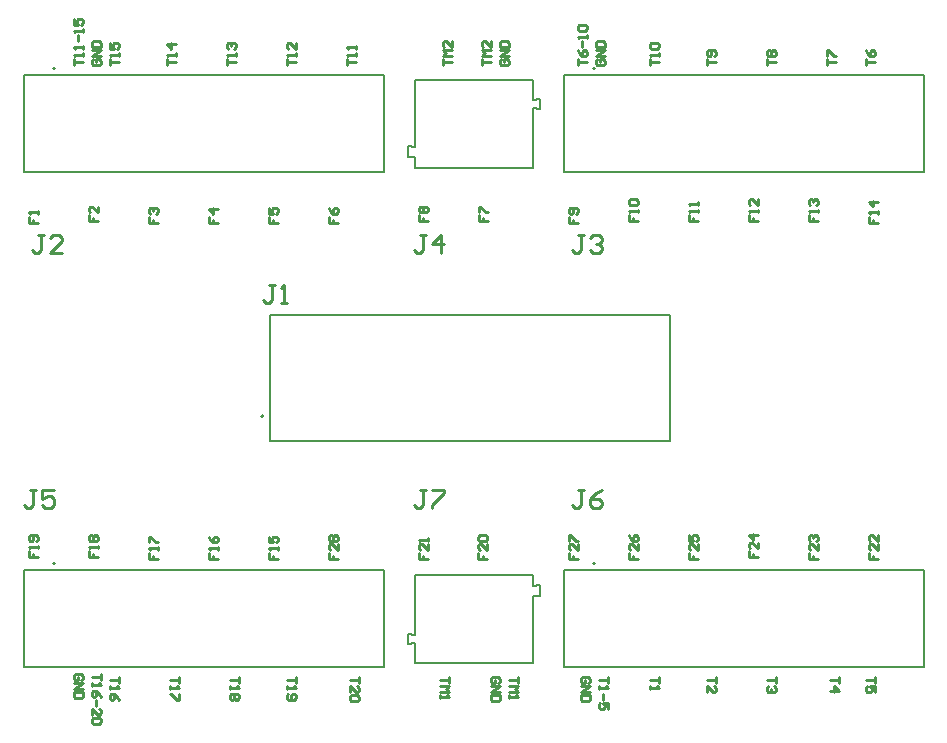
<source format=gto>
G04*
G04 #@! TF.GenerationSoftware,Altium Limited,Altium Designer,20.1.14 (287)*
G04*
G04 Layer_Color=65535*
%FSLAX25Y25*%
%MOIN*%
G70*
G04*
G04 #@! TF.SameCoordinates,2D993F0E-9169-457A-8C09-F8E6D10386A7*
G04*
G04*
G04 #@! TF.FilePolarity,Positive*
G04*
G01*
G75*
%ADD10C,0.00787*%
%ADD11C,0.00500*%
%ADD12C,0.01000*%
D10*
X196894Y60004D02*
G03*
X196894Y60004I-394J0D01*
G01*
X16894D02*
G03*
X16894Y60004I-394J0D01*
G01*
X196894Y225004D02*
G03*
X196894Y225004I-394J0D01*
G01*
X16894D02*
G03*
X16894Y225004I-394J0D01*
G01*
X86343Y109000D02*
G03*
X86343Y109000I-394J0D01*
G01*
X176186Y26736D02*
Y49177D01*
Y52523D02*
Y56263D01*
Y49177D02*
X178548Y48980D01*
X176186Y52523D02*
X178548Y52720D01*
Y48980D02*
Y52720D01*
X136816Y36185D02*
Y56263D01*
X176186D01*
X136816Y26736D02*
Y33429D01*
X134453Y33134D02*
X136816Y33429D01*
X134453Y36480D02*
X136816Y36185D01*
X134453Y33134D02*
Y36480D01*
X136816Y26736D02*
X176186Y26736D01*
X136814Y198823D02*
Y221264D01*
Y191737D02*
Y195477D01*
X134452Y199020D02*
X136814Y198823D01*
X134452Y195280D02*
X136814Y195477D01*
X134452Y195280D02*
Y199020D01*
X176184Y191737D02*
Y211815D01*
X136814Y191737D02*
X176184D01*
Y214571D02*
Y221264D01*
Y214571D02*
X178547Y214866D01*
X176184Y211815D02*
X178547Y211520D01*
Y214866D01*
X136814Y221264D02*
X176184Y221264D01*
D11*
X186500Y25358D02*
Y57642D01*
X306500D01*
Y25358D02*
Y57642D01*
X186500Y25358D02*
X306500D01*
X6500D02*
Y57642D01*
X126500D01*
Y25358D02*
Y57642D01*
X6500Y25358D02*
X126500D01*
X186500Y190358D02*
Y222642D01*
X306500D01*
Y190358D02*
Y222642D01*
X186500Y190358D02*
X306500D01*
X6500D02*
Y222642D01*
X126500D01*
Y190358D02*
Y222642D01*
X6500Y190358D02*
X126500D01*
X88508Y100732D02*
Y142858D01*
X221972Y100732D02*
Y142858D01*
X88508D02*
X221972D01*
X88508Y100732D02*
X221972D01*
D12*
X23002Y226000D02*
Y227999D01*
Y227000D01*
X26001D01*
Y228999D02*
Y229999D01*
Y229499D01*
X23002D01*
X23502Y228999D01*
X26001Y231498D02*
Y232498D01*
Y231998D01*
X23002D01*
X23502Y231498D01*
X24502Y233997D02*
Y235997D01*
X26001Y236996D02*
Y237996D01*
Y237496D01*
X23002D01*
X23502Y236996D01*
X23002Y241495D02*
Y239496D01*
X24502D01*
X24002Y240495D01*
Y240995D01*
X24502Y241495D01*
X25501D01*
X26001Y240995D01*
Y239996D01*
X25501Y239496D01*
X29501Y227999D02*
X29001Y227500D01*
Y226500D01*
X29501Y226000D01*
X31500D01*
X32000Y226500D01*
Y227500D01*
X31500Y227999D01*
X30501D01*
Y227000D01*
X32000Y228999D02*
X29001D01*
X32000Y230998D01*
X29001D01*
Y231998D02*
X32000D01*
Y233498D01*
X31500Y233997D01*
X29501D01*
X29001Y233498D01*
Y231998D01*
X159002Y226000D02*
Y227999D01*
Y227000D01*
X162001D01*
Y228999D02*
X159002D01*
X160002Y229999D01*
X159002Y230998D01*
X162001D01*
Y233997D02*
Y231998D01*
X160002Y233997D01*
X159502D01*
X159002Y233498D01*
Y232498D01*
X159502Y231998D01*
X165501Y227999D02*
X165001Y227500D01*
Y226500D01*
X165501Y226000D01*
X167500D01*
X168000Y226500D01*
Y227500D01*
X167500Y227999D01*
X166500D01*
Y227000D01*
X168000Y228999D02*
X165001D01*
X168000Y230998D01*
X165001D01*
Y231998D02*
X168000D01*
Y233498D01*
X167500Y233997D01*
X165501D01*
X165001Y233498D01*
Y231998D01*
X200998Y22000D02*
Y20001D01*
Y21000D01*
X197999D01*
Y19001D02*
Y18001D01*
Y18501D01*
X200998D01*
X200498Y19001D01*
X199498Y16502D02*
Y14502D01*
X200998Y11503D02*
Y13503D01*
X199498D01*
X199998Y12503D01*
Y12003D01*
X199498Y11503D01*
X198499D01*
X197999Y12003D01*
Y13003D01*
X198499Y13503D01*
X194499Y20001D02*
X194999Y20501D01*
Y21500D01*
X194499Y22000D01*
X192500D01*
X192000Y21500D01*
Y20501D01*
X192500Y20001D01*
X193500D01*
Y21000D01*
X192000Y19001D02*
X194999D01*
X192000Y17002D01*
X194999D01*
Y16002D02*
X192000D01*
Y14502D01*
X192500Y14003D01*
X194499D01*
X194999Y14502D01*
Y16002D01*
X191002Y226000D02*
Y227999D01*
Y227000D01*
X194001D01*
X191002Y230998D02*
X191502Y229999D01*
X192502Y228999D01*
X193501D01*
X194001Y229499D01*
Y230499D01*
X193501Y230998D01*
X193001D01*
X192502Y230499D01*
Y228999D01*
Y231998D02*
Y233997D01*
X194001Y234997D02*
Y235997D01*
Y235497D01*
X191002D01*
X191502Y234997D01*
Y237496D02*
X191002Y237996D01*
Y238996D01*
X191502Y239496D01*
X193501D01*
X194001Y238996D01*
Y237996D01*
X193501Y237496D01*
X191502D01*
X197501Y227999D02*
X197001Y227500D01*
Y226500D01*
X197501Y226000D01*
X199500D01*
X200000Y226500D01*
Y227500D01*
X199500Y227999D01*
X198501D01*
Y227000D01*
X200000Y228999D02*
X197001D01*
X200000Y230998D01*
X197001D01*
Y231998D02*
X200000D01*
Y233498D01*
X199500Y233997D01*
X197501D01*
X197001Y233498D01*
Y231998D01*
X170998Y22000D02*
Y20001D01*
Y21000D01*
X167999D01*
Y19001D02*
X170998D01*
X169998Y18001D01*
X170998Y17002D01*
X167999D01*
Y16002D02*
Y15002D01*
Y15502D01*
X170998D01*
X170498Y16002D01*
X164499Y20001D02*
X164999Y20501D01*
Y21500D01*
X164499Y22000D01*
X162500D01*
X162000Y21500D01*
Y20501D01*
X162500Y20001D01*
X163499D01*
Y21000D01*
X162000Y19001D02*
X164999D01*
X162000Y17002D01*
X164999D01*
Y16002D02*
X162000D01*
Y14502D01*
X162500Y14003D01*
X164499D01*
X164999Y14502D01*
Y16002D01*
X31998Y23000D02*
Y21001D01*
Y22000D01*
X28999D01*
Y20001D02*
Y19001D01*
Y19501D01*
X31998D01*
X31498Y20001D01*
X31998Y15502D02*
X31498Y16502D01*
X30498Y17502D01*
X29499D01*
X28999Y17002D01*
Y16002D01*
X29499Y15502D01*
X29998D01*
X30498Y16002D01*
Y17502D01*
Y14503D02*
Y12503D01*
X28999Y9504D02*
Y11504D01*
X30998Y9504D01*
X31498D01*
X31998Y10004D01*
Y11004D01*
X31498Y11504D01*
Y8505D02*
X31998Y8005D01*
Y7005D01*
X31498Y6505D01*
X29499D01*
X28999Y7005D01*
Y8005D01*
X29499Y8505D01*
X31498D01*
X25499Y21001D02*
X25999Y21500D01*
Y22500D01*
X25499Y23000D01*
X23500D01*
X23000Y22500D01*
Y21500D01*
X23500Y21001D01*
X24499D01*
Y22000D01*
X23000Y20001D02*
X25999D01*
X23000Y18002D01*
X25999D01*
Y17002D02*
X23000D01*
Y15502D01*
X23500Y15003D01*
X25499D01*
X25999Y15502D01*
Y17002D01*
X35001Y226000D02*
Y227999D01*
Y227000D01*
X38000D01*
Y228999D02*
Y229999D01*
Y229499D01*
X35001D01*
X35501Y228999D01*
X35001Y233498D02*
Y231498D01*
X36500D01*
X36001Y232498D01*
Y232998D01*
X36500Y233498D01*
X37500D01*
X38000Y232998D01*
Y231998D01*
X37500Y231498D01*
X54001Y226000D02*
Y227999D01*
Y227000D01*
X57000D01*
Y228999D02*
Y229999D01*
Y229499D01*
X54001D01*
X54501Y228999D01*
X57000Y232998D02*
X54001D01*
X55501Y231498D01*
Y233498D01*
X74001Y226000D02*
Y227999D01*
Y227000D01*
X77000D01*
Y228999D02*
Y229999D01*
Y229499D01*
X74001D01*
X74501Y228999D01*
Y231498D02*
X74001Y231998D01*
Y232998D01*
X74501Y233498D01*
X75001D01*
X75501Y232998D01*
Y232498D01*
Y232998D01*
X76000Y233498D01*
X76500D01*
X77000Y232998D01*
Y231998D01*
X76500Y231498D01*
X94001Y226000D02*
Y227999D01*
Y227000D01*
X97000D01*
Y228999D02*
Y229999D01*
Y229499D01*
X94001D01*
X94501Y228999D01*
X97000Y233498D02*
Y231498D01*
X95001Y233498D01*
X94501D01*
X94001Y232998D01*
Y231998D01*
X94501Y231498D01*
X114001Y226000D02*
Y227999D01*
Y227000D01*
X117000D01*
Y228999D02*
Y229999D01*
Y229499D01*
X114001D01*
X114501Y228999D01*
X117000Y231498D02*
Y232498D01*
Y231998D01*
X114001D01*
X114501Y231498D01*
X146001Y226000D02*
Y227999D01*
Y227000D01*
X149000D01*
Y228999D02*
X146001D01*
X147001Y229999D01*
X146001Y230998D01*
X149000D01*
Y233997D02*
Y231998D01*
X147001Y233997D01*
X146501D01*
X146001Y233498D01*
Y232498D01*
X146501Y231998D01*
X215001Y226000D02*
Y227999D01*
Y227000D01*
X218000D01*
Y228999D02*
Y229999D01*
Y229499D01*
X215001D01*
X215501Y228999D01*
Y231498D02*
X215001Y231998D01*
Y232998D01*
X215501Y233498D01*
X217500D01*
X218000Y232998D01*
Y231998D01*
X217500Y231498D01*
X215501D01*
X234001Y226000D02*
Y227999D01*
Y227000D01*
X237000D01*
X236500Y228999D02*
X237000Y229499D01*
Y230499D01*
X236500Y230998D01*
X234501D01*
X234001Y230499D01*
Y229499D01*
X234501Y228999D01*
X235001D01*
X235501Y229499D01*
Y230998D01*
X254001Y226000D02*
Y227999D01*
Y227000D01*
X257000D01*
X254501Y228999D02*
X254001Y229499D01*
Y230499D01*
X254501Y230998D01*
X255001D01*
X255501Y230499D01*
X256000Y230998D01*
X256500D01*
X257000Y230499D01*
Y229499D01*
X256500Y228999D01*
X256000D01*
X255501Y229499D01*
X255001Y228999D01*
X254501D01*
X255501Y229499D02*
Y230499D01*
X274001Y226000D02*
Y227999D01*
Y227000D01*
X277000D01*
X274001Y228999D02*
Y230998D01*
X274501D01*
X276500Y228999D01*
X277000D01*
X287001Y226000D02*
Y227999D01*
Y227000D01*
X290000D01*
X287001Y230998D02*
X287501Y229999D01*
X288500Y228999D01*
X289500D01*
X290000Y229499D01*
Y230499D01*
X289500Y230998D01*
X289000D01*
X288500Y230499D01*
Y228999D01*
X277999Y22000D02*
Y20001D01*
Y21000D01*
X275000D01*
Y17501D02*
X277999D01*
X276500Y19001D01*
Y17002D01*
X37999Y22000D02*
Y20001D01*
Y21000D01*
X35000D01*
Y19001D02*
Y18001D01*
Y18501D01*
X37999D01*
X37499Y19001D01*
X37999Y14502D02*
X37499Y15502D01*
X36500Y16502D01*
X35500D01*
X35000Y16002D01*
Y15002D01*
X35500Y14502D01*
X36000D01*
X36500Y15002D01*
Y16502D01*
X57999Y22000D02*
Y20001D01*
Y21000D01*
X55000D01*
Y19001D02*
Y18001D01*
Y18501D01*
X57999D01*
X57499Y19001D01*
X57999Y16502D02*
Y14502D01*
X57499D01*
X55500Y16502D01*
X55000D01*
X77999Y22000D02*
Y20001D01*
Y21000D01*
X75000D01*
Y19001D02*
Y18001D01*
Y18501D01*
X77999D01*
X77499Y19001D01*
Y16502D02*
X77999Y16002D01*
Y15002D01*
X77499Y14502D01*
X76999D01*
X76499Y15002D01*
X76000Y14502D01*
X75500D01*
X75000Y15002D01*
Y16002D01*
X75500Y16502D01*
X76000D01*
X76499Y16002D01*
X76999Y16502D01*
X77499D01*
X76499Y16002D02*
Y15002D01*
X96999Y22000D02*
Y20001D01*
Y21000D01*
X94000D01*
Y19001D02*
Y18001D01*
Y18501D01*
X96999D01*
X96499Y19001D01*
X94500Y16502D02*
X94000Y16002D01*
Y15002D01*
X94500Y14502D01*
X96499D01*
X96999Y15002D01*
Y16002D01*
X96499Y16502D01*
X95999D01*
X95499Y16002D01*
Y14502D01*
X117999Y22000D02*
Y20001D01*
Y21000D01*
X115000D01*
Y17002D02*
Y19001D01*
X116999Y17002D01*
X117499D01*
X117999Y17501D01*
Y18501D01*
X117499Y19001D01*
Y16002D02*
X117999Y15502D01*
Y14502D01*
X117499Y14003D01*
X115500D01*
X115000Y14502D01*
Y15502D01*
X115500Y16002D01*
X117499D01*
X147999Y22000D02*
Y20001D01*
Y21000D01*
X145000D01*
Y19001D02*
X147999D01*
X146999Y18001D01*
X147999Y17002D01*
X145000D01*
Y16002D02*
Y15002D01*
Y15502D01*
X147999D01*
X147499Y16002D01*
X217999Y22000D02*
Y20001D01*
Y21000D01*
X215000D01*
Y19001D02*
Y18001D01*
Y18501D01*
X217999D01*
X217499Y19001D01*
X236999Y22000D02*
Y20001D01*
Y21000D01*
X234000D01*
Y17002D02*
Y19001D01*
X235999Y17002D01*
X236499D01*
X236999Y17501D01*
Y18501D01*
X236499Y19001D01*
X256999Y22000D02*
Y20001D01*
Y21000D01*
X254000D01*
X256499Y19001D02*
X256999Y18501D01*
Y17501D01*
X256499Y17002D01*
X255999D01*
X255500Y17501D01*
Y18001D01*
Y17501D01*
X255000Y17002D01*
X254500D01*
X254000Y17501D01*
Y18501D01*
X254500Y19001D01*
X289999Y22000D02*
Y20001D01*
Y21000D01*
X287000D01*
X289999Y17002D02*
Y19001D01*
X288499D01*
X288999Y18001D01*
Y17501D01*
X288499Y17002D01*
X287500D01*
X287000Y17501D01*
Y18501D01*
X287500Y19001D01*
X108048Y63495D02*
Y61528D01*
X109524D01*
Y62511D01*
Y61528D01*
X111000D01*
Y66447D02*
Y64479D01*
X109032Y66447D01*
X108540D01*
X108048Y65955D01*
Y64971D01*
X108540Y64479D01*
Y67431D02*
X108048Y67923D01*
Y68907D01*
X108540Y69399D01*
X109032D01*
X109524Y68907D01*
X110016Y69399D01*
X110508D01*
X111000Y68907D01*
Y67923D01*
X110508Y67431D01*
X110016D01*
X109524Y67923D01*
X109032Y67431D01*
X108540D01*
X109524Y67923D02*
Y68907D01*
X188048Y63495D02*
Y61528D01*
X189524D01*
Y62511D01*
Y61528D01*
X191000D01*
Y66447D02*
Y64479D01*
X189032Y66447D01*
X188540D01*
X188048Y65955D01*
Y64971D01*
X188540Y64479D01*
X188048Y67431D02*
Y69399D01*
X188540D01*
X190508Y67431D01*
X191000D01*
X208048Y63495D02*
Y61528D01*
X209524D01*
Y62511D01*
Y61528D01*
X211000D01*
Y66447D02*
Y64479D01*
X209032Y66447D01*
X208540D01*
X208048Y65955D01*
Y64971D01*
X208540Y64479D01*
X208048Y69399D02*
X208540Y68415D01*
X209524Y67431D01*
X210508D01*
X211000Y67923D01*
Y68907D01*
X210508Y69399D01*
X210016D01*
X209524Y68907D01*
Y67431D01*
X228048Y63495D02*
Y61528D01*
X229524D01*
Y62511D01*
Y61528D01*
X231000D01*
Y66447D02*
Y64479D01*
X229032Y66447D01*
X228540D01*
X228048Y65955D01*
Y64971D01*
X228540Y64479D01*
X228048Y69399D02*
Y67431D01*
X229524D01*
X229032Y68415D01*
Y68907D01*
X229524Y69399D01*
X230508D01*
X231000Y68907D01*
Y67923D01*
X230508Y67431D01*
X248048Y63968D02*
Y62000D01*
X249524D01*
Y62984D01*
Y62000D01*
X251000D01*
Y66920D02*
Y64952D01*
X249032Y66920D01*
X248540D01*
X248048Y66428D01*
Y65444D01*
X248540Y64952D01*
X251000Y69380D02*
X248048D01*
X249524Y67904D01*
Y69871D01*
X268048Y63495D02*
Y61528D01*
X269524D01*
Y62511D01*
Y61528D01*
X271000D01*
Y66447D02*
Y64479D01*
X269032Y66447D01*
X268540D01*
X268048Y65955D01*
Y64971D01*
X268540Y64479D01*
Y67431D02*
X268048Y67923D01*
Y68907D01*
X268540Y69399D01*
X269032D01*
X269524Y68907D01*
Y68415D01*
Y68907D01*
X270016Y69399D01*
X270508D01*
X271000Y68907D01*
Y67923D01*
X270508Y67431D01*
X288048Y63495D02*
Y61528D01*
X289524D01*
Y62511D01*
Y61528D01*
X291000D01*
Y66447D02*
Y64479D01*
X289032Y66447D01*
X288540D01*
X288048Y65955D01*
Y64971D01*
X288540Y64479D01*
X291000Y69399D02*
Y67431D01*
X289032Y69399D01*
X288540D01*
X288048Y68907D01*
Y67923D01*
X288540Y67431D01*
X138048Y63495D02*
Y61528D01*
X139524D01*
Y62511D01*
Y61528D01*
X141000D01*
Y66447D02*
Y64479D01*
X139032Y66447D01*
X138540D01*
X138048Y65955D01*
Y64971D01*
X138540Y64479D01*
X141000Y67431D02*
Y68415D01*
Y67923D01*
X138048D01*
X138540Y67431D01*
X157891Y63495D02*
Y61528D01*
X159367D01*
Y62511D01*
Y61528D01*
X160843D01*
Y66447D02*
Y64479D01*
X158875Y66447D01*
X158383D01*
X157891Y65955D01*
Y64971D01*
X158383Y64479D01*
Y67431D02*
X157891Y67923D01*
Y68907D01*
X158383Y69399D01*
X160351D01*
X160843Y68907D01*
Y67923D01*
X160351Y67431D01*
X158383D01*
X8048Y63968D02*
Y62000D01*
X9524D01*
Y62984D01*
Y62000D01*
X11000D01*
Y64952D02*
Y65936D01*
Y65444D01*
X8048D01*
X8540Y64952D01*
X10508Y67412D02*
X11000Y67904D01*
Y68888D01*
X10508Y69380D01*
X8540D01*
X8048Y68888D01*
Y67904D01*
X8540Y67412D01*
X9032D01*
X9524Y67904D01*
Y69380D01*
X28048Y63968D02*
Y62000D01*
X29524D01*
Y62984D01*
Y62000D01*
X31000D01*
Y64952D02*
Y65936D01*
Y65444D01*
X28048D01*
X28540Y64952D01*
Y67412D02*
X28048Y67904D01*
Y68888D01*
X28540Y69380D01*
X29032D01*
X29524Y68888D01*
X30016Y69380D01*
X30508D01*
X31000Y68888D01*
Y67904D01*
X30508Y67412D01*
X30016D01*
X29524Y67904D01*
X29032Y67412D01*
X28540D01*
X29524Y67904D02*
Y68888D01*
X48048Y63495D02*
Y61528D01*
X49524D01*
Y62511D01*
Y61528D01*
X51000D01*
Y64479D02*
Y65463D01*
Y64971D01*
X48048D01*
X48540Y64479D01*
X48048Y66939D02*
Y68907D01*
X48540D01*
X50508Y66939D01*
X51000D01*
X68048Y63495D02*
Y61528D01*
X69524D01*
Y62511D01*
Y61528D01*
X71000D01*
Y64479D02*
Y65463D01*
Y64971D01*
X68048D01*
X68540Y64479D01*
X68048Y68907D02*
X68540Y67923D01*
X69524Y66939D01*
X70508D01*
X71000Y67431D01*
Y68415D01*
X70508Y68907D01*
X70016D01*
X69524Y68415D01*
Y66939D01*
X88048Y63495D02*
Y61528D01*
X89524D01*
Y62511D01*
Y61528D01*
X91000D01*
Y64479D02*
Y65463D01*
Y64971D01*
X88048D01*
X88540Y64479D01*
X88048Y68907D02*
Y66939D01*
X89524D01*
X89032Y67923D01*
Y68415D01*
X89524Y68907D01*
X90508D01*
X91000Y68415D01*
Y67431D01*
X90508Y66939D01*
X288048Y175495D02*
Y173528D01*
X289524D01*
Y174512D01*
Y173528D01*
X291000D01*
Y176479D02*
Y177463D01*
Y176971D01*
X288048D01*
X288540Y176479D01*
X291000Y180415D02*
X288048D01*
X289524Y178939D01*
Y180907D01*
X268048Y175968D02*
Y174000D01*
X269524D01*
Y174984D01*
Y174000D01*
X271000D01*
Y176952D02*
Y177936D01*
Y177444D01*
X268048D01*
X268540Y176952D01*
Y179412D02*
X268048Y179904D01*
Y180888D01*
X268540Y181379D01*
X269032D01*
X269524Y180888D01*
Y180396D01*
Y180888D01*
X270016Y181379D01*
X270508D01*
X271000Y180888D01*
Y179904D01*
X270508Y179412D01*
X248048Y175968D02*
Y174000D01*
X249524D01*
Y174984D01*
Y174000D01*
X251000D01*
Y176952D02*
Y177936D01*
Y177444D01*
X248048D01*
X248540Y176952D01*
X251000Y181379D02*
Y179412D01*
X249032Y181379D01*
X248540D01*
X248048Y180888D01*
Y179904D01*
X248540Y179412D01*
X228048Y175968D02*
Y174000D01*
X229524D01*
Y174984D01*
Y174000D01*
X231000D01*
Y176952D02*
Y177936D01*
Y177444D01*
X228048D01*
X228540Y176952D01*
X231000Y179412D02*
Y180396D01*
Y179904D01*
X228048D01*
X228540Y179412D01*
X208048Y175968D02*
Y174000D01*
X209524D01*
Y174984D01*
Y174000D01*
X211000D01*
Y176952D02*
Y177936D01*
Y177444D01*
X208048D01*
X208540Y176952D01*
Y179412D02*
X208048Y179904D01*
Y180888D01*
X208540Y181379D01*
X210508D01*
X211000Y180888D01*
Y179904D01*
X210508Y179412D01*
X208540D01*
X188048Y175495D02*
Y173528D01*
X189524D01*
Y174512D01*
Y173528D01*
X191000D01*
X190508Y176479D02*
X191000Y176971D01*
Y177955D01*
X190508Y178447D01*
X188540D01*
X188048Y177955D01*
Y176971D01*
X188540Y176479D01*
X189032D01*
X189524Y176971D01*
Y178447D01*
X138048Y175968D02*
Y174000D01*
X139524D01*
Y174984D01*
Y174000D01*
X141000D01*
X138540Y176952D02*
X138048Y177444D01*
Y178428D01*
X138540Y178920D01*
X139032D01*
X139524Y178428D01*
X140016Y178920D01*
X140508D01*
X141000Y178428D01*
Y177444D01*
X140508Y176952D01*
X140016D01*
X139524Y177444D01*
X139032Y176952D01*
X138540D01*
X139524Y177444D02*
Y178428D01*
X158048Y175968D02*
Y174000D01*
X159524D01*
Y174984D01*
Y174000D01*
X161000D01*
X158048Y176952D02*
Y178920D01*
X158540D01*
X160508Y176952D01*
X161000D01*
X108048Y175495D02*
Y173528D01*
X109524D01*
Y174512D01*
Y173528D01*
X111000D01*
X108048Y178447D02*
X108540Y177463D01*
X109524Y176479D01*
X110508D01*
X111000Y176971D01*
Y177955D01*
X110508Y178447D01*
X110016D01*
X109524Y177955D01*
Y176479D01*
X88048Y175495D02*
Y173528D01*
X89524D01*
Y174512D01*
Y173528D01*
X91000D01*
X88048Y178447D02*
Y176479D01*
X89524D01*
X89032Y177463D01*
Y177955D01*
X89524Y178447D01*
X90508D01*
X91000Y177955D01*
Y176971D01*
X90508Y176479D01*
X68048Y175495D02*
Y173528D01*
X69524D01*
Y174512D01*
Y173528D01*
X71000D01*
Y177955D02*
X68048D01*
X69524Y176479D01*
Y178447D01*
X48048Y175495D02*
Y173528D01*
X49524D01*
Y174512D01*
Y173528D01*
X51000D01*
X48540Y176479D02*
X48048Y176971D01*
Y177955D01*
X48540Y178447D01*
X49032D01*
X49524Y177955D01*
Y177463D01*
Y177955D01*
X50016Y178447D01*
X50508D01*
X51000Y177955D01*
Y176971D01*
X50508Y176479D01*
X28048Y175968D02*
Y174000D01*
X29524D01*
Y174984D01*
Y174000D01*
X31000D01*
Y178920D02*
Y176952D01*
X29032Y178920D01*
X28540D01*
X28048Y178428D01*
Y177444D01*
X28540Y176952D01*
X8048Y175495D02*
Y173528D01*
X9524D01*
Y174512D01*
Y173528D01*
X11000D01*
Y176479D02*
Y177463D01*
Y176971D01*
X8048D01*
X8540Y176479D01*
X140500Y84499D02*
X138501D01*
X139501D01*
Y79501D01*
X138501Y78501D01*
X137501D01*
X136502Y79501D01*
X142500Y84499D02*
X146498D01*
Y83499D01*
X142500Y79501D01*
Y78501D01*
X193000Y84499D02*
X191001D01*
X192001D01*
Y79501D01*
X191001Y78501D01*
X190001D01*
X189002Y79501D01*
X198998Y84499D02*
X196999Y83499D01*
X195000Y81500D01*
Y79501D01*
X195999Y78501D01*
X197999D01*
X198998Y79501D01*
Y80500D01*
X197999Y81500D01*
X195000D01*
X10500Y84499D02*
X8501D01*
X9501D01*
Y79501D01*
X8501Y78501D01*
X7501D01*
X6502Y79501D01*
X16498Y84499D02*
X12500D01*
Y81500D01*
X14499Y82500D01*
X15499D01*
X16498Y81500D01*
Y79501D01*
X15499Y78501D01*
X13499D01*
X12500Y79501D01*
X140500Y169499D02*
X138501D01*
X139501D01*
Y164501D01*
X138501Y163501D01*
X137501D01*
X136502Y164501D01*
X145499Y163501D02*
Y169499D01*
X142500Y166500D01*
X146498D01*
X193000Y169499D02*
X191001D01*
X192001D01*
Y164501D01*
X191001Y163501D01*
X190001D01*
X189002Y164501D01*
X195000Y168499D02*
X195999Y169499D01*
X197999D01*
X198998Y168499D01*
Y167500D01*
X197999Y166500D01*
X196999D01*
X197999D01*
X198998Y165500D01*
Y164501D01*
X197999Y163501D01*
X195999D01*
X195000Y164501D01*
X13000Y169499D02*
X11001D01*
X12001D01*
Y164501D01*
X11001Y163501D01*
X10001D01*
X9002Y164501D01*
X18998Y163501D02*
X15000D01*
X18998Y167500D01*
Y168499D01*
X17999Y169499D01*
X15999D01*
X15000Y168499D01*
X90199Y152898D02*
X88199D01*
X89199D01*
Y147900D01*
X88199Y146900D01*
X87200D01*
X86200Y147900D01*
X92198Y146900D02*
X94197D01*
X93198D01*
Y152898D01*
X92198Y151898D01*
M02*

</source>
